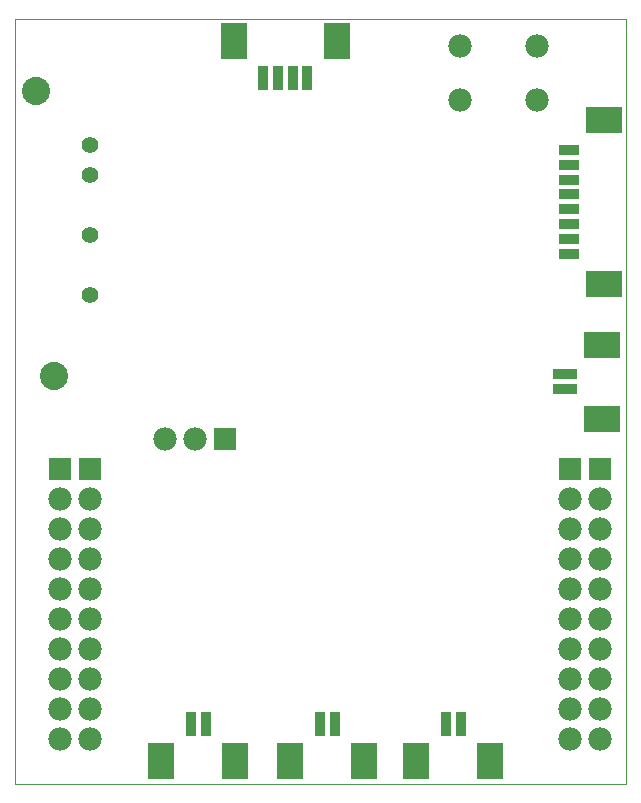
<source format=gbs>
G75*
%MOIN*%
%OFA0B0*%
%FSLAX25Y25*%
%IPPOS*%
%LPD*%
%AMOC8*
5,1,8,0,0,1.08239X$1,22.5*
%
%ADD10C,0.00000*%
%ADD11R,0.07800X0.07800*%
%ADD12C,0.07800*%
%ADD13C,0.05550*%
%ADD14C,0.09400*%
%ADD15R,0.03550X0.08274*%
%ADD16R,0.08668X0.12211*%
%ADD17R,0.08274X0.03550*%
%ADD18R,0.12211X0.08668*%
%ADD19R,0.06699X0.03550*%
D10*
X0007983Y0008986D02*
X0007983Y0263946D01*
X0211684Y0263946D01*
X0211684Y0008986D01*
X0007983Y0008986D01*
D11*
X0022983Y0113986D03*
X0032983Y0113986D03*
X0077983Y0124045D03*
X0192983Y0113986D03*
X0202983Y0113986D03*
D12*
X0202983Y0103986D03*
X0192983Y0103986D03*
X0192983Y0093986D03*
X0202983Y0093986D03*
X0202983Y0083986D03*
X0202983Y0073986D03*
X0192983Y0073986D03*
X0192983Y0083986D03*
X0192983Y0063986D03*
X0202983Y0063986D03*
X0202983Y0053986D03*
X0202983Y0043986D03*
X0192983Y0043986D03*
X0192983Y0053986D03*
X0192983Y0033986D03*
X0202983Y0033986D03*
X0202983Y0023986D03*
X0192983Y0023986D03*
X0067983Y0124045D03*
X0057983Y0124045D03*
X0032983Y0103986D03*
X0022983Y0103986D03*
X0022983Y0093986D03*
X0032983Y0093986D03*
X0032983Y0083986D03*
X0032983Y0073986D03*
X0022983Y0073986D03*
X0022983Y0083986D03*
X0022983Y0063986D03*
X0032983Y0063986D03*
X0032983Y0053986D03*
X0032983Y0043986D03*
X0022983Y0043986D03*
X0022983Y0053986D03*
X0022983Y0033986D03*
X0032983Y0033986D03*
X0032983Y0023986D03*
X0022983Y0023986D03*
X0156183Y0237086D03*
X0156183Y0254886D03*
X0181783Y0254886D03*
X0181783Y0237086D03*
D13*
X0032983Y0221986D03*
X0032983Y0211986D03*
X0032983Y0191986D03*
X0032983Y0171986D03*
D14*
X0020983Y0144986D03*
X0014983Y0239986D03*
D15*
X0090602Y0244143D03*
X0095523Y0244143D03*
X0100444Y0244143D03*
X0105365Y0244143D03*
X0109523Y0028828D03*
X0114444Y0028828D03*
X0151523Y0028828D03*
X0156444Y0028828D03*
X0071444Y0028828D03*
X0066523Y0028828D03*
D16*
X0056680Y0016525D03*
X0081287Y0016525D03*
X0099680Y0016525D03*
X0124287Y0016525D03*
X0141680Y0016525D03*
X0166287Y0016525D03*
X0115208Y0256446D03*
X0080759Y0256446D03*
D17*
X0191141Y0145446D03*
X0191141Y0140525D03*
D18*
X0203444Y0130682D03*
X0203444Y0155289D03*
X0204070Y0175722D03*
X0204070Y0230249D03*
D19*
X0192653Y0220210D03*
X0192653Y0215289D03*
X0192653Y0210367D03*
X0192653Y0205446D03*
X0192653Y0200525D03*
X0192653Y0195604D03*
X0192653Y0190682D03*
X0192653Y0185761D03*
M02*

</source>
